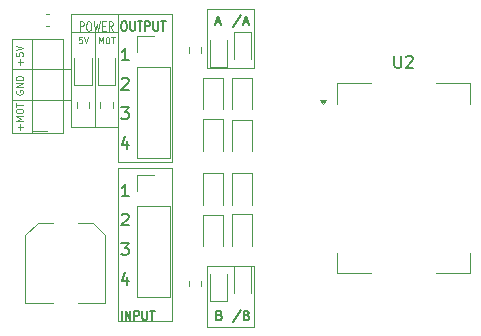
<source format=gbr>
%TF.GenerationSoftware,KiCad,Pcbnew,9.0.1*%
%TF.CreationDate,2025-04-11T16:34:43+02:00*%
%TF.ProjectId,Driver_CMS,44726976-6572-45f4-934d-532e6b696361,rev?*%
%TF.SameCoordinates,Original*%
%TF.FileFunction,Legend,Top*%
%TF.FilePolarity,Positive*%
%FSLAX46Y46*%
G04 Gerber Fmt 4.6, Leading zero omitted, Abs format (unit mm)*
G04 Created by KiCad (PCBNEW 9.0.1) date 2025-04-11 16:34:43*
%MOMM*%
%LPD*%
G01*
G04 APERTURE LIST*
%ADD10C,0.100000*%
%ADD11C,0.125000*%
%ADD12C,0.160000*%
%ADD13C,0.150000*%
%ADD14C,0.120000*%
G04 APERTURE END LIST*
D10*
X120220000Y-48515000D02*
X121890000Y-48515000D01*
X121890000Y-51085000D01*
X120220000Y-51085000D01*
X120220000Y-48515000D01*
X120220000Y-45945000D02*
X124550000Y-45945000D01*
X124550000Y-48515000D01*
X120220000Y-48515000D01*
X120220000Y-45945000D01*
X121890000Y-51085000D02*
X124550000Y-51085000D01*
X124550000Y-53855000D01*
X121890000Y-53855000D01*
X121890000Y-51085000D01*
X136720000Y-43355000D02*
X140720000Y-43355000D01*
X140720000Y-48355000D01*
X136720000Y-48355000D01*
X136720000Y-43355000D01*
X129220000Y-56855000D02*
X133720000Y-56855000D01*
X133720000Y-69855000D01*
X129220000Y-69855000D01*
X129220000Y-56855000D01*
X120220000Y-45945000D02*
X124550000Y-45945000D01*
X124550000Y-53855000D01*
X120220000Y-53855000D01*
X120220000Y-45945000D01*
X129220000Y-43855000D02*
X133720000Y-43855000D01*
X133720000Y-56355000D01*
X129220000Y-56355000D01*
X129220000Y-43855000D01*
X125220000Y-43855000D02*
X129220000Y-43855000D01*
X129220000Y-53355000D01*
X125220000Y-53355000D01*
X125220000Y-43855000D01*
X125220000Y-45355000D02*
X127220000Y-45355000D01*
X127220000Y-53355000D01*
X125220000Y-53355000D01*
X125220000Y-45355000D01*
X136720000Y-65157500D02*
X140720000Y-65157500D01*
X140720000Y-70355000D01*
X136720000Y-70355000D01*
X136720000Y-65157500D01*
X121890000Y-48515000D02*
X125220000Y-48515000D01*
X125220000Y-51085000D01*
X121890000Y-51085000D01*
X121890000Y-48515000D01*
X127220000Y-45355000D02*
X129220000Y-45355000D01*
X129220000Y-53355000D01*
X127220000Y-53355000D01*
X127220000Y-45355000D01*
D11*
X120568642Y-50315621D02*
X120540071Y-50372764D01*
X120540071Y-50372764D02*
X120540071Y-50458478D01*
X120540071Y-50458478D02*
X120568642Y-50544192D01*
X120568642Y-50544192D02*
X120625785Y-50601335D01*
X120625785Y-50601335D02*
X120682928Y-50629906D01*
X120682928Y-50629906D02*
X120797214Y-50658478D01*
X120797214Y-50658478D02*
X120882928Y-50658478D01*
X120882928Y-50658478D02*
X120997214Y-50629906D01*
X120997214Y-50629906D02*
X121054357Y-50601335D01*
X121054357Y-50601335D02*
X121111500Y-50544192D01*
X121111500Y-50544192D02*
X121140071Y-50458478D01*
X121140071Y-50458478D02*
X121140071Y-50401335D01*
X121140071Y-50401335D02*
X121111500Y-50315621D01*
X121111500Y-50315621D02*
X121082928Y-50287049D01*
X121082928Y-50287049D02*
X120882928Y-50287049D01*
X120882928Y-50287049D02*
X120882928Y-50401335D01*
X121140071Y-50029906D02*
X120540071Y-50029906D01*
X120540071Y-50029906D02*
X121140071Y-49687049D01*
X121140071Y-49687049D02*
X120540071Y-49687049D01*
X121140071Y-49401335D02*
X120540071Y-49401335D01*
X120540071Y-49401335D02*
X120540071Y-49258478D01*
X120540071Y-49258478D02*
X120568642Y-49172764D01*
X120568642Y-49172764D02*
X120625785Y-49115621D01*
X120625785Y-49115621D02*
X120682928Y-49087050D01*
X120682928Y-49087050D02*
X120797214Y-49058478D01*
X120797214Y-49058478D02*
X120882928Y-49058478D01*
X120882928Y-49058478D02*
X120997214Y-49087050D01*
X120997214Y-49087050D02*
X121054357Y-49115621D01*
X121054357Y-49115621D02*
X121111500Y-49172764D01*
X121111500Y-49172764D02*
X121140071Y-49258478D01*
X121140071Y-49258478D02*
X121140071Y-49401335D01*
D12*
X137782405Y-69329727D02*
X137896691Y-69367822D01*
X137896691Y-69367822D02*
X137934786Y-69405918D01*
X137934786Y-69405918D02*
X137972882Y-69482108D01*
X137972882Y-69482108D02*
X137972882Y-69596394D01*
X137972882Y-69596394D02*
X137934786Y-69672584D01*
X137934786Y-69672584D02*
X137896691Y-69710680D01*
X137896691Y-69710680D02*
X137820501Y-69748775D01*
X137820501Y-69748775D02*
X137515739Y-69748775D01*
X137515739Y-69748775D02*
X137515739Y-68948775D01*
X137515739Y-68948775D02*
X137782405Y-68948775D01*
X137782405Y-68948775D02*
X137858596Y-68986870D01*
X137858596Y-68986870D02*
X137896691Y-69024965D01*
X137896691Y-69024965D02*
X137934786Y-69101156D01*
X137934786Y-69101156D02*
X137934786Y-69177346D01*
X137934786Y-69177346D02*
X137896691Y-69253537D01*
X137896691Y-69253537D02*
X137858596Y-69291632D01*
X137858596Y-69291632D02*
X137782405Y-69329727D01*
X137782405Y-69329727D02*
X137515739Y-69329727D01*
X139587167Y-68910680D02*
X138901453Y-69939251D01*
X140120500Y-69329727D02*
X140234786Y-69367822D01*
X140234786Y-69367822D02*
X140272881Y-69405918D01*
X140272881Y-69405918D02*
X140310977Y-69482108D01*
X140310977Y-69482108D02*
X140310977Y-69596394D01*
X140310977Y-69596394D02*
X140272881Y-69672584D01*
X140272881Y-69672584D02*
X140234786Y-69710680D01*
X140234786Y-69710680D02*
X140158596Y-69748775D01*
X140158596Y-69748775D02*
X139853834Y-69748775D01*
X139853834Y-69748775D02*
X139853834Y-68948775D01*
X139853834Y-68948775D02*
X140120500Y-68948775D01*
X140120500Y-68948775D02*
X140196691Y-68986870D01*
X140196691Y-68986870D02*
X140234786Y-69024965D01*
X140234786Y-69024965D02*
X140272881Y-69101156D01*
X140272881Y-69101156D02*
X140272881Y-69177346D01*
X140272881Y-69177346D02*
X140234786Y-69253537D01*
X140234786Y-69253537D02*
X140196691Y-69291632D01*
X140196691Y-69291632D02*
X140120500Y-69329727D01*
X140120500Y-69329727D02*
X139853834Y-69329727D01*
D11*
X126159378Y-45787309D02*
X125921283Y-45787309D01*
X125921283Y-45787309D02*
X125897474Y-46025404D01*
X125897474Y-46025404D02*
X125921283Y-46001595D01*
X125921283Y-46001595D02*
X125968902Y-45977785D01*
X125968902Y-45977785D02*
X126087950Y-45977785D01*
X126087950Y-45977785D02*
X126135569Y-46001595D01*
X126135569Y-46001595D02*
X126159378Y-46025404D01*
X126159378Y-46025404D02*
X126183188Y-46073023D01*
X126183188Y-46073023D02*
X126183188Y-46192071D01*
X126183188Y-46192071D02*
X126159378Y-46239690D01*
X126159378Y-46239690D02*
X126135569Y-46263500D01*
X126135569Y-46263500D02*
X126087950Y-46287309D01*
X126087950Y-46287309D02*
X125968902Y-46287309D01*
X125968902Y-46287309D02*
X125921283Y-46263500D01*
X125921283Y-46263500D02*
X125897474Y-46239690D01*
X126326045Y-45787309D02*
X126492711Y-46287309D01*
X126492711Y-46287309D02*
X126659378Y-45787309D01*
X127587948Y-46287309D02*
X127587948Y-45787309D01*
X127587948Y-45787309D02*
X127754615Y-46144452D01*
X127754615Y-46144452D02*
X127921281Y-45787309D01*
X127921281Y-45787309D02*
X127921281Y-46287309D01*
X128254615Y-45787309D02*
X128349853Y-45787309D01*
X128349853Y-45787309D02*
X128397472Y-45811119D01*
X128397472Y-45811119D02*
X128445091Y-45858738D01*
X128445091Y-45858738D02*
X128468901Y-45953976D01*
X128468901Y-45953976D02*
X128468901Y-46120642D01*
X128468901Y-46120642D02*
X128445091Y-46215880D01*
X128445091Y-46215880D02*
X128397472Y-46263500D01*
X128397472Y-46263500D02*
X128349853Y-46287309D01*
X128349853Y-46287309D02*
X128254615Y-46287309D01*
X128254615Y-46287309D02*
X128206996Y-46263500D01*
X128206996Y-46263500D02*
X128159377Y-46215880D01*
X128159377Y-46215880D02*
X128135568Y-46120642D01*
X128135568Y-46120642D02*
X128135568Y-45953976D01*
X128135568Y-45953976D02*
X128159377Y-45858738D01*
X128159377Y-45858738D02*
X128206996Y-45811119D01*
X128206996Y-45811119D02*
X128254615Y-45787309D01*
X128611759Y-45787309D02*
X128897473Y-45787309D01*
X128754616Y-46287309D02*
X128754616Y-45787309D01*
D13*
X129461541Y-63224819D02*
X130080588Y-63224819D01*
X130080588Y-63224819D02*
X129747255Y-63605771D01*
X129747255Y-63605771D02*
X129890112Y-63605771D01*
X129890112Y-63605771D02*
X129985350Y-63653390D01*
X129985350Y-63653390D02*
X130032969Y-63701009D01*
X130032969Y-63701009D02*
X130080588Y-63796247D01*
X130080588Y-63796247D02*
X130080588Y-64034342D01*
X130080588Y-64034342D02*
X130032969Y-64129580D01*
X130032969Y-64129580D02*
X129985350Y-64177200D01*
X129985350Y-64177200D02*
X129890112Y-64224819D01*
X129890112Y-64224819D02*
X129604398Y-64224819D01*
X129604398Y-64224819D02*
X129509160Y-64177200D01*
X129509160Y-64177200D02*
X129461541Y-64129580D01*
D11*
X125945093Y-45250595D02*
X125945093Y-44450595D01*
X125945093Y-44450595D02*
X126173664Y-44450595D01*
X126173664Y-44450595D02*
X126230807Y-44488690D01*
X126230807Y-44488690D02*
X126259378Y-44526785D01*
X126259378Y-44526785D02*
X126287950Y-44602976D01*
X126287950Y-44602976D02*
X126287950Y-44717261D01*
X126287950Y-44717261D02*
X126259378Y-44793452D01*
X126259378Y-44793452D02*
X126230807Y-44831547D01*
X126230807Y-44831547D02*
X126173664Y-44869642D01*
X126173664Y-44869642D02*
X125945093Y-44869642D01*
X126659378Y-44450595D02*
X126773664Y-44450595D01*
X126773664Y-44450595D02*
X126830807Y-44488690D01*
X126830807Y-44488690D02*
X126887950Y-44564880D01*
X126887950Y-44564880D02*
X126916521Y-44717261D01*
X126916521Y-44717261D02*
X126916521Y-44983928D01*
X126916521Y-44983928D02*
X126887950Y-45136309D01*
X126887950Y-45136309D02*
X126830807Y-45212500D01*
X126830807Y-45212500D02*
X126773664Y-45250595D01*
X126773664Y-45250595D02*
X126659378Y-45250595D01*
X126659378Y-45250595D02*
X126602236Y-45212500D01*
X126602236Y-45212500D02*
X126545093Y-45136309D01*
X126545093Y-45136309D02*
X126516521Y-44983928D01*
X126516521Y-44983928D02*
X126516521Y-44717261D01*
X126516521Y-44717261D02*
X126545093Y-44564880D01*
X126545093Y-44564880D02*
X126602236Y-44488690D01*
X126602236Y-44488690D02*
X126659378Y-44450595D01*
X127116521Y-44450595D02*
X127259378Y-45250595D01*
X127259378Y-45250595D02*
X127373664Y-44679166D01*
X127373664Y-44679166D02*
X127487949Y-45250595D01*
X127487949Y-45250595D02*
X127630807Y-44450595D01*
X127859378Y-44831547D02*
X128059378Y-44831547D01*
X128145092Y-45250595D02*
X127859378Y-45250595D01*
X127859378Y-45250595D02*
X127859378Y-44450595D01*
X127859378Y-44450595D02*
X128145092Y-44450595D01*
X128745092Y-45250595D02*
X128545092Y-44869642D01*
X128402235Y-45250595D02*
X128402235Y-44450595D01*
X128402235Y-44450595D02*
X128630806Y-44450595D01*
X128630806Y-44450595D02*
X128687949Y-44488690D01*
X128687949Y-44488690D02*
X128716520Y-44526785D01*
X128716520Y-44526785D02*
X128745092Y-44602976D01*
X128745092Y-44602976D02*
X128745092Y-44717261D01*
X128745092Y-44717261D02*
X128716520Y-44793452D01*
X128716520Y-44793452D02*
X128687949Y-44831547D01*
X128687949Y-44831547D02*
X128630806Y-44869642D01*
X128630806Y-44869642D02*
X128402235Y-44869642D01*
D12*
X139587167Y-43910680D02*
X138901453Y-44939251D01*
X139815738Y-44520203D02*
X140196691Y-44520203D01*
X139739548Y-44748775D02*
X140006215Y-43948775D01*
X140006215Y-43948775D02*
X140272881Y-44748775D01*
D13*
X129985350Y-66058152D02*
X129985350Y-66724819D01*
X129747255Y-65677200D02*
X129509160Y-66391485D01*
X129509160Y-66391485D02*
X130128207Y-66391485D01*
X129509160Y-60820057D02*
X129556779Y-60772438D01*
X129556779Y-60772438D02*
X129652017Y-60724819D01*
X129652017Y-60724819D02*
X129890112Y-60724819D01*
X129890112Y-60724819D02*
X129985350Y-60772438D01*
X129985350Y-60772438D02*
X130032969Y-60820057D01*
X130032969Y-60820057D02*
X130080588Y-60915295D01*
X130080588Y-60915295D02*
X130080588Y-61010533D01*
X130080588Y-61010533D02*
X130032969Y-61153390D01*
X130032969Y-61153390D02*
X129461541Y-61724819D01*
X129461541Y-61724819D02*
X130080588Y-61724819D01*
D11*
X120911500Y-53629906D02*
X120911500Y-53172764D01*
X121140071Y-53401335D02*
X120682928Y-53401335D01*
X121140071Y-52887049D02*
X120540071Y-52887049D01*
X120540071Y-52887049D02*
X120968642Y-52687049D01*
X120968642Y-52687049D02*
X120540071Y-52487049D01*
X120540071Y-52487049D02*
X121140071Y-52487049D01*
X120540071Y-52087050D02*
X120540071Y-51972764D01*
X120540071Y-51972764D02*
X120568642Y-51915621D01*
X120568642Y-51915621D02*
X120625785Y-51858478D01*
X120625785Y-51858478D02*
X120740071Y-51829907D01*
X120740071Y-51829907D02*
X120940071Y-51829907D01*
X120940071Y-51829907D02*
X121054357Y-51858478D01*
X121054357Y-51858478D02*
X121111500Y-51915621D01*
X121111500Y-51915621D02*
X121140071Y-51972764D01*
X121140071Y-51972764D02*
X121140071Y-52087050D01*
X121140071Y-52087050D02*
X121111500Y-52144193D01*
X121111500Y-52144193D02*
X121054357Y-52201335D01*
X121054357Y-52201335D02*
X120940071Y-52229907D01*
X120940071Y-52229907D02*
X120740071Y-52229907D01*
X120740071Y-52229907D02*
X120625785Y-52201335D01*
X120625785Y-52201335D02*
X120568642Y-52144193D01*
X120568642Y-52144193D02*
X120540071Y-52087050D01*
X120540071Y-51658479D02*
X120540071Y-51315622D01*
X121140071Y-51487050D02*
X120540071Y-51487050D01*
D12*
X129491929Y-69748775D02*
X129491929Y-68948775D01*
X129825262Y-69748775D02*
X129825262Y-68948775D01*
X129825262Y-68948775D02*
X130225262Y-69748775D01*
X130225262Y-69748775D02*
X130225262Y-68948775D01*
X130558595Y-69748775D02*
X130558595Y-68948775D01*
X130558595Y-68948775D02*
X130825262Y-68948775D01*
X130825262Y-68948775D02*
X130891929Y-68986870D01*
X130891929Y-68986870D02*
X130925262Y-69024965D01*
X130925262Y-69024965D02*
X130958595Y-69101156D01*
X130958595Y-69101156D02*
X130958595Y-69215441D01*
X130958595Y-69215441D02*
X130925262Y-69291632D01*
X130925262Y-69291632D02*
X130891929Y-69329727D01*
X130891929Y-69329727D02*
X130825262Y-69367822D01*
X130825262Y-69367822D02*
X130558595Y-69367822D01*
X131258595Y-68948775D02*
X131258595Y-69596394D01*
X131258595Y-69596394D02*
X131291929Y-69672584D01*
X131291929Y-69672584D02*
X131325262Y-69710680D01*
X131325262Y-69710680D02*
X131391929Y-69748775D01*
X131391929Y-69748775D02*
X131525262Y-69748775D01*
X131525262Y-69748775D02*
X131591929Y-69710680D01*
X131591929Y-69710680D02*
X131625262Y-69672584D01*
X131625262Y-69672584D02*
X131658595Y-69596394D01*
X131658595Y-69596394D02*
X131658595Y-68948775D01*
X131891928Y-68948775D02*
X132291928Y-68948775D01*
X132091928Y-69748775D02*
X132091928Y-68948775D01*
D11*
X120911500Y-48129906D02*
X120911500Y-47672764D01*
X121140071Y-47901335D02*
X120682928Y-47901335D01*
X120540071Y-47101335D02*
X120540071Y-47387049D01*
X120540071Y-47387049D02*
X120825785Y-47415621D01*
X120825785Y-47415621D02*
X120797214Y-47387049D01*
X120797214Y-47387049D02*
X120768642Y-47329907D01*
X120768642Y-47329907D02*
X120768642Y-47187049D01*
X120768642Y-47187049D02*
X120797214Y-47129907D01*
X120797214Y-47129907D02*
X120825785Y-47101335D01*
X120825785Y-47101335D02*
X120882928Y-47072764D01*
X120882928Y-47072764D02*
X121025785Y-47072764D01*
X121025785Y-47072764D02*
X121082928Y-47101335D01*
X121082928Y-47101335D02*
X121111500Y-47129907D01*
X121111500Y-47129907D02*
X121140071Y-47187049D01*
X121140071Y-47187049D02*
X121140071Y-47329907D01*
X121140071Y-47329907D02*
X121111500Y-47387049D01*
X121111500Y-47387049D02*
X121082928Y-47415621D01*
X120540071Y-46901335D02*
X121140071Y-46701335D01*
X121140071Y-46701335D02*
X120540071Y-46501335D01*
D12*
X137477643Y-44520203D02*
X137858596Y-44520203D01*
X137401453Y-44748775D02*
X137668120Y-43948775D01*
X137668120Y-43948775D02*
X137934786Y-44748775D01*
D13*
X129985350Y-54558152D02*
X129985350Y-55224819D01*
X129747255Y-54177200D02*
X129509160Y-54891485D01*
X129509160Y-54891485D02*
X130128207Y-54891485D01*
X130080588Y-59224819D02*
X129509160Y-59224819D01*
X129794874Y-59224819D02*
X129794874Y-58224819D01*
X129794874Y-58224819D02*
X129699636Y-58367676D01*
X129699636Y-58367676D02*
X129604398Y-58462914D01*
X129604398Y-58462914D02*
X129509160Y-58510533D01*
X129509160Y-49320057D02*
X129556779Y-49272438D01*
X129556779Y-49272438D02*
X129652017Y-49224819D01*
X129652017Y-49224819D02*
X129890112Y-49224819D01*
X129890112Y-49224819D02*
X129985350Y-49272438D01*
X129985350Y-49272438D02*
X130032969Y-49320057D01*
X130032969Y-49320057D02*
X130080588Y-49415295D01*
X130080588Y-49415295D02*
X130080588Y-49510533D01*
X130080588Y-49510533D02*
X130032969Y-49653390D01*
X130032969Y-49653390D02*
X129461541Y-50224819D01*
X129461541Y-50224819D02*
X130080588Y-50224819D01*
X129461541Y-51724819D02*
X130080588Y-51724819D01*
X130080588Y-51724819D02*
X129747255Y-52105771D01*
X129747255Y-52105771D02*
X129890112Y-52105771D01*
X129890112Y-52105771D02*
X129985350Y-52153390D01*
X129985350Y-52153390D02*
X130032969Y-52201009D01*
X130032969Y-52201009D02*
X130080588Y-52296247D01*
X130080588Y-52296247D02*
X130080588Y-52534342D01*
X130080588Y-52534342D02*
X130032969Y-52629580D01*
X130032969Y-52629580D02*
X129985350Y-52677200D01*
X129985350Y-52677200D02*
X129890112Y-52724819D01*
X129890112Y-52724819D02*
X129604398Y-52724819D01*
X129604398Y-52724819D02*
X129509160Y-52677200D01*
X129509160Y-52677200D02*
X129461541Y-52629580D01*
D12*
X129625263Y-44448775D02*
X129758596Y-44448775D01*
X129758596Y-44448775D02*
X129825263Y-44486870D01*
X129825263Y-44486870D02*
X129891929Y-44563060D01*
X129891929Y-44563060D02*
X129925263Y-44715441D01*
X129925263Y-44715441D02*
X129925263Y-44982108D01*
X129925263Y-44982108D02*
X129891929Y-45134489D01*
X129891929Y-45134489D02*
X129825263Y-45210680D01*
X129825263Y-45210680D02*
X129758596Y-45248775D01*
X129758596Y-45248775D02*
X129625263Y-45248775D01*
X129625263Y-45248775D02*
X129558596Y-45210680D01*
X129558596Y-45210680D02*
X129491929Y-45134489D01*
X129491929Y-45134489D02*
X129458596Y-44982108D01*
X129458596Y-44982108D02*
X129458596Y-44715441D01*
X129458596Y-44715441D02*
X129491929Y-44563060D01*
X129491929Y-44563060D02*
X129558596Y-44486870D01*
X129558596Y-44486870D02*
X129625263Y-44448775D01*
X130225262Y-44448775D02*
X130225262Y-45096394D01*
X130225262Y-45096394D02*
X130258596Y-45172584D01*
X130258596Y-45172584D02*
X130291929Y-45210680D01*
X130291929Y-45210680D02*
X130358596Y-45248775D01*
X130358596Y-45248775D02*
X130491929Y-45248775D01*
X130491929Y-45248775D02*
X130558596Y-45210680D01*
X130558596Y-45210680D02*
X130591929Y-45172584D01*
X130591929Y-45172584D02*
X130625262Y-45096394D01*
X130625262Y-45096394D02*
X130625262Y-44448775D01*
X130858595Y-44448775D02*
X131258595Y-44448775D01*
X131058595Y-45248775D02*
X131058595Y-44448775D01*
X131491928Y-45248775D02*
X131491928Y-44448775D01*
X131491928Y-44448775D02*
X131758595Y-44448775D01*
X131758595Y-44448775D02*
X131825262Y-44486870D01*
X131825262Y-44486870D02*
X131858595Y-44524965D01*
X131858595Y-44524965D02*
X131891928Y-44601156D01*
X131891928Y-44601156D02*
X131891928Y-44715441D01*
X131891928Y-44715441D02*
X131858595Y-44791632D01*
X131858595Y-44791632D02*
X131825262Y-44829727D01*
X131825262Y-44829727D02*
X131758595Y-44867822D01*
X131758595Y-44867822D02*
X131491928Y-44867822D01*
X132191928Y-44448775D02*
X132191928Y-45096394D01*
X132191928Y-45096394D02*
X132225262Y-45172584D01*
X132225262Y-45172584D02*
X132258595Y-45210680D01*
X132258595Y-45210680D02*
X132325262Y-45248775D01*
X132325262Y-45248775D02*
X132458595Y-45248775D01*
X132458595Y-45248775D02*
X132525262Y-45210680D01*
X132525262Y-45210680D02*
X132558595Y-45172584D01*
X132558595Y-45172584D02*
X132591928Y-45096394D01*
X132591928Y-45096394D02*
X132591928Y-44448775D01*
X132825261Y-44448775D02*
X133225261Y-44448775D01*
X133025261Y-45248775D02*
X133025261Y-44448775D01*
D13*
X130080588Y-47724819D02*
X129509160Y-47724819D01*
X129794874Y-47724819D02*
X129794874Y-46724819D01*
X129794874Y-46724819D02*
X129699636Y-46867676D01*
X129699636Y-46867676D02*
X129604398Y-46962914D01*
X129604398Y-46962914D02*
X129509160Y-47010533D01*
X152588095Y-47369819D02*
X152588095Y-48179342D01*
X152588095Y-48179342D02*
X152635714Y-48274580D01*
X152635714Y-48274580D02*
X152683333Y-48322200D01*
X152683333Y-48322200D02*
X152778571Y-48369819D01*
X152778571Y-48369819D02*
X152969047Y-48369819D01*
X152969047Y-48369819D02*
X153064285Y-48322200D01*
X153064285Y-48322200D02*
X153111904Y-48274580D01*
X153111904Y-48274580D02*
X153159523Y-48179342D01*
X153159523Y-48179342D02*
X153159523Y-47369819D01*
X153588095Y-47465057D02*
X153635714Y-47417438D01*
X153635714Y-47417438D02*
X153730952Y-47369819D01*
X153730952Y-47369819D02*
X153969047Y-47369819D01*
X153969047Y-47369819D02*
X154064285Y-47417438D01*
X154064285Y-47417438D02*
X154111904Y-47465057D01*
X154111904Y-47465057D02*
X154159523Y-47560295D01*
X154159523Y-47560295D02*
X154159523Y-47655533D01*
X154159523Y-47655533D02*
X154111904Y-47798390D01*
X154111904Y-47798390D02*
X153540476Y-48369819D01*
X153540476Y-48369819D02*
X154159523Y-48369819D01*
D14*
%TO.C,R5*%
X135197500Y-66405242D02*
X135197500Y-66879758D01*
X136242500Y-66405242D02*
X136242500Y-66879758D01*
%TO.C,D5*%
X138870000Y-57295000D02*
X138870000Y-59955000D01*
X140570000Y-57295000D02*
X138870000Y-57295000D01*
X140570000Y-57295000D02*
X140570000Y-59955000D01*
%TO.C,D4*%
X138870000Y-52795000D02*
X138870000Y-55455000D01*
X140570000Y-52795000D02*
X138870000Y-52795000D01*
X140570000Y-52795000D02*
X140570000Y-55455000D01*
%TO.C,D14*%
X127485000Y-47555000D02*
X127485000Y-49840000D01*
X127485000Y-49840000D02*
X128955000Y-49840000D01*
X128955000Y-49840000D02*
X128955000Y-47555000D01*
%TO.C,U2*%
X147750000Y-49665000D02*
X147750000Y-51415000D01*
X147750000Y-65765000D02*
X147750000Y-64015000D01*
X150600000Y-49665000D02*
X147750000Y-49665000D01*
X150600000Y-65765000D02*
X147750000Y-65765000D01*
X158950000Y-49665000D02*
X156100000Y-49665000D01*
X158950000Y-49665000D02*
X158950000Y-51415000D01*
X158950000Y-65765000D02*
X156100000Y-65765000D01*
X158950000Y-65765000D02*
X158950000Y-64015000D01*
X146525000Y-51415000D02*
X146285000Y-51085000D01*
X146765000Y-51085000D01*
X146525000Y-51415000D01*
G36*
X146525000Y-51415000D02*
G01*
X146285000Y-51085000D01*
X146765000Y-51085000D01*
X146525000Y-51415000D01*
G37*
%TO.C,D2*%
X136370000Y-52745000D02*
X136370000Y-55405000D01*
X138070000Y-52745000D02*
X136370000Y-52745000D01*
X138070000Y-52745000D02*
X138070000Y-55405000D01*
%TO.C,D3*%
X138870000Y-49245000D02*
X138870000Y-51905000D01*
X140570000Y-49245000D02*
X138870000Y-49245000D01*
X140570000Y-49245000D02*
X140570000Y-51905000D01*
%TO.C,D18*%
X136985000Y-46055000D02*
X136985000Y-48340000D01*
X136985000Y-48340000D02*
X138455000Y-48340000D01*
X138455000Y-48340000D02*
X138455000Y-46055000D01*
%TO.C,D7*%
X138870000Y-60795000D02*
X138870000Y-63455000D01*
X140570000Y-60795000D02*
X138870000Y-60795000D01*
X140570000Y-60795000D02*
X140570000Y-63455000D01*
%TO.C,J3*%
X121890000Y-51085000D02*
X121890000Y-45945000D01*
X121890000Y-53685000D02*
X121890000Y-52355000D01*
X123220000Y-53685000D02*
X121890000Y-53685000D01*
X124550000Y-45945000D02*
X121890000Y-45945000D01*
X124550000Y-51085000D02*
X121890000Y-51085000D01*
X124550000Y-51085000D02*
X124550000Y-45945000D01*
%TO.C,D15*%
X136985000Y-65842500D02*
X136985000Y-68127500D01*
X136985000Y-68127500D02*
X138455000Y-68127500D01*
X138455000Y-68127500D02*
X138455000Y-65842500D01*
%TO.C,R4*%
X127697500Y-51292742D02*
X127697500Y-51767258D01*
X128742500Y-51292742D02*
X128742500Y-51767258D01*
%TO.C,D16*%
X138985000Y-65157500D02*
X138985000Y-67442500D01*
X140455000Y-65157500D02*
X138985000Y-65157500D01*
X140455000Y-67442500D02*
X140455000Y-65157500D01*
%TO.C,D8*%
X136370000Y-60845000D02*
X136370000Y-63505000D01*
X138070000Y-60845000D02*
X136370000Y-60845000D01*
X138070000Y-60845000D02*
X138070000Y-63505000D01*
%TO.C,J2*%
X130840000Y-57435000D02*
X132220000Y-57435000D01*
X130840000Y-58815000D02*
X130840000Y-57435000D01*
X130840000Y-60085000D02*
X130840000Y-67815000D01*
X130840000Y-60085000D02*
X133600000Y-60085000D01*
X130840000Y-67815000D02*
X133600000Y-67815000D01*
X133600000Y-60085000D02*
X133600000Y-67815000D01*
%TO.C,D6*%
X136370000Y-57295000D02*
X136370000Y-59955000D01*
X138070000Y-57295000D02*
X136370000Y-57295000D01*
X138070000Y-57295000D02*
X138070000Y-59955000D01*
%TO.C,C2*%
X121310000Y-62546937D02*
X121310000Y-68302500D01*
X121310000Y-68302500D02*
X123660000Y-68302500D01*
X122374437Y-61482500D02*
X121310000Y-62546937D01*
X122374437Y-61482500D02*
X123660000Y-61482500D01*
X127065563Y-61482500D02*
X125780000Y-61482500D01*
X127065563Y-61482500D02*
X128130000Y-62546937D01*
X128130000Y-62546937D02*
X128130000Y-68302500D01*
X128130000Y-68302500D02*
X125780000Y-68302500D01*
%TO.C,C1*%
X123360580Y-43845000D02*
X123079420Y-43845000D01*
X123360580Y-44865000D02*
X123079420Y-44865000D01*
%TO.C,D1*%
X136370000Y-49245000D02*
X136370000Y-51905000D01*
X138070000Y-49245000D02*
X136370000Y-49245000D01*
X138070000Y-49245000D02*
X138070000Y-51905000D01*
%TO.C,R3*%
X125697500Y-51292742D02*
X125697500Y-51767258D01*
X126742500Y-51292742D02*
X126742500Y-51767258D01*
%TO.C,D17*%
X138985000Y-45370000D02*
X138985000Y-47655000D01*
X140455000Y-45370000D02*
X138985000Y-45370000D01*
X140455000Y-47655000D02*
X140455000Y-45370000D01*
%TO.C,J1*%
X130840000Y-45665000D02*
X132220000Y-45665000D01*
X130840000Y-47045000D02*
X130840000Y-45665000D01*
X130840000Y-48315000D02*
X130840000Y-56045000D01*
X130840000Y-48315000D02*
X133600000Y-48315000D01*
X130840000Y-56045000D02*
X133600000Y-56045000D01*
X133600000Y-48315000D02*
X133600000Y-56045000D01*
%TO.C,D19*%
X125485000Y-47555000D02*
X125485000Y-49840000D01*
X125485000Y-49840000D02*
X126955000Y-49840000D01*
X126955000Y-49840000D02*
X126955000Y-47555000D01*
%TO.C,R6*%
X135197500Y-46617742D02*
X135197500Y-47092258D01*
X136242500Y-46617742D02*
X136242500Y-47092258D01*
%TD*%
M02*

</source>
